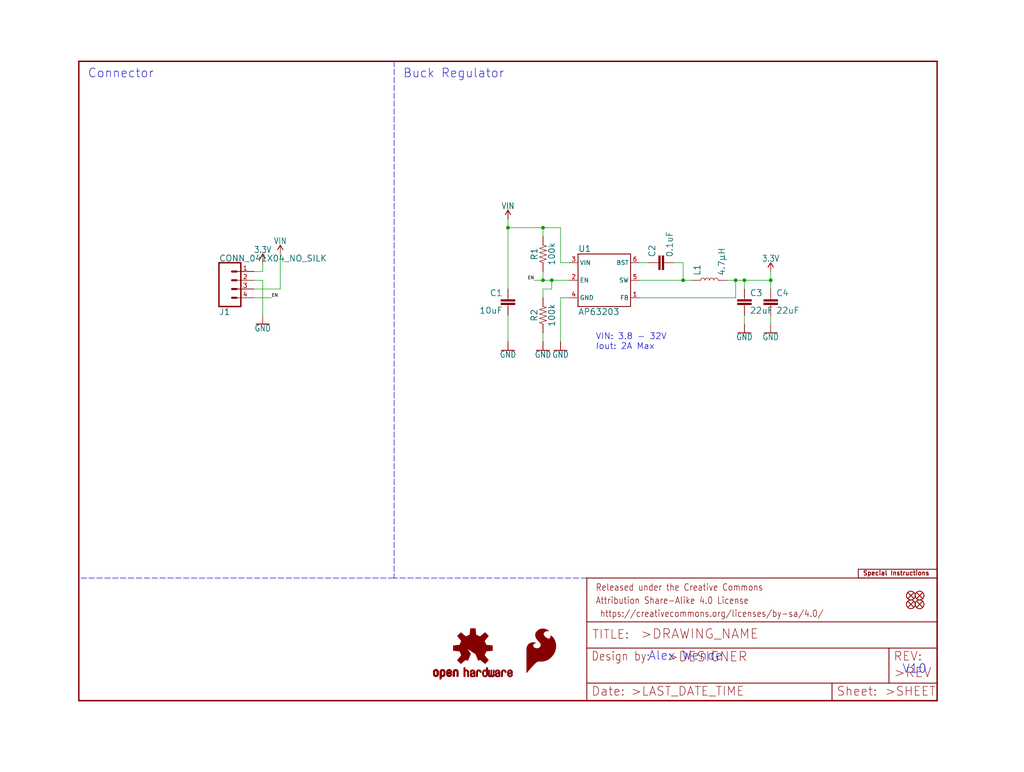
<source format=kicad_sch>
(kicad_sch (version 20211123) (generator eeschema)
  (paper "User" 297.002 223.926)
  (lib_symbols
    (symbol "eagleSchem-eagle-import:0.1UF-0603-25V-5%"
      (property "Reference" "C" (at 1.524 2.921 0))
      (property "Value" "0.1UF-0603-25V-5%" (at 1.524 -2.159 0))
      (symbol "0.1UF-0603-25V-5%_1_0"
        (pin passive line (at 0 5.08 270) (length 2.54) (name "1") (number "1"))
        (pin passive line (at 0 -2.54 90) (length 2.54) (name "2") (number "2"))
      )
    )
    (symbol "eagleSchem-eagle-import:100KOHM-0603-1{slash}10W-1%"
      (property "Reference" "R" (at 0 1.524 0))
      (property "Value" "100KOHM-0603-1{slash}10W-1%" (at 0 -1.524 0))
      (symbol "100KOHM-0603-1{slash}10W-1%_1_0"
        (pin passive line (at -5.08 0 0) (length 2.54) (name "1") (number "1"))
        (pin passive line (at 5.08 0 180) (length 2.54) (name "2") (number "2"))
      )
    )
    (symbol "eagleSchem-eagle-import:10UF-1210-50V-20%"
      (property "Reference" "C" (at 1.524 2.921 0))
      (property "Value" "10UF-1210-50V-20%" (at 1.524 -2.159 0))
      (symbol "10UF-1210-50V-20%_1_0"
        (pin passive line (at 0 5.08 270) (length 2.54) (name "1") (number "1"))
        (pin passive line (at 0 -2.54 90) (length 2.54) (name "2") (number "2"))
      )
    )
    (symbol "eagleSchem-eagle-import:22UF-0603-6.3V-20%"
      (property "Reference" "C" (at 1.524 2.921 0))
      (property "Value" "22UF-0603-6.3V-20%" (at 1.524 -2.159 0))
      (symbol "22UF-0603-6.3V-20%_1_0"
        (pin passive line (at 0 5.08 270) (length 2.54) (name "1") (number "1"))
        (pin passive line (at 0 -2.54 90) (length 2.54) (name "2") (number "2"))
      )
    )
    (symbol "eagleSchem-eagle-import:3.3V" (power)
      (property "Value" "3.3V" (at 0 2.794 0))
      (symbol "3.3V_1_0"
        (pin power_in line (at 0 0 90) (length 2.54) (name "3.3V") (number "1"))
      )
    )
    (symbol "eagleSchem-eagle-import:4.7μH_SHIELDED_INDUCTORNPIS_LS"
      (property "Reference" "L" (at 1.27 2.54 0))
      (property "Value" "4.7μH_SHIELDED_INDUCTORNPIS_LS" (at 1.27 -2.54 0))
      (symbol "4.7μH_SHIELDED_INDUCTORNPIS_LS_1_0"
        (pin passive line (at 0 5.08 270) (length 2.54) (name "1") (number "P$1"))
        (pin passive line (at 0 -5.08 90) (length 2.54) (name "2") (number "P$2"))
      )
    )
    (symbol "eagleSchem-eagle-import:AP63203"
      (property "Reference" "U" (at -7.62 8.128 0))
      (property "Value" "AP63203" (at -7.62 -10.16 0))
      (symbol "AP63203_1_0"
        (pin bidirectional line (at 10.16 -5.08 180) (length 2.54) (name "FB") (number "1"))
        (pin bidirectional line (at -10.16 0 0) (length 2.54) (name "EN") (number "2"))
        (pin bidirectional line (at -10.16 5.08 0) (length 2.54) (name "VIN") (number "3"))
        (pin bidirectional line (at -10.16 -5.08 0) (length 2.54) (name "GND") (number "4"))
        (pin bidirectional line (at 10.16 0 180) (length 2.54) (name "SW") (number "5"))
        (pin bidirectional line (at 10.16 5.08 180) (length 2.54) (name "BST") (number "6"))
      )
    )
    (symbol "eagleSchem-eagle-import:CONN_041X04_NO_SILK"
      (property "Reference" "J" (at -5.08 8.128 0))
      (property "Value" "CONN_041X04_NO_SILK" (at -5.08 -7.366 0))
      (symbol "CONN_041X04_NO_SILK_1_0"
        (pin passive line (at 5.08 -2.54 180) (length 5.08) (name "1") (number "1"))
        (pin passive line (at 5.08 0 180) (length 5.08) (name "2") (number "2"))
        (pin passive line (at 5.08 2.54 180) (length 5.08) (name "3") (number "3"))
        (pin passive line (at 5.08 5.08 180) (length 5.08) (name "4") (number "4"))
      )
    )
    (symbol "eagleSchem-eagle-import:FIDUCIAL0.2MM")
    (symbol "eagleSchem-eagle-import:FRAME-LETTER"
      (symbol "FRAME-LETTER_2_0"
        (text " https://creativecommons.org/licenses/by-sa/4.0/" (at 2.54 24.13 0) (effects (font (size 1.9304 1.6408)) (justify left bottom)))
        (text ">DESIGNER" (at 23.114 11.176 0) (effects (font (size 2.7432 2.7432)) (justify left bottom)))
        (text ">DRAWING_NAME" (at 15.494 17.78 0) (effects (font (size 2.7432 2.7432)) (justify left bottom)))
        (text ">LAST_DATE_TIME" (at 12.7 1.27 0) (effects (font (size 2.54 2.54)) (justify left bottom)))
        (text ">REV" (at 88.9 6.604 0) (effects (font (size 2.7432 2.7432)) (justify left bottom)))
        (text ">SHEET" (at 86.36 1.27 0) (effects (font (size 2.54 2.54)) (justify left bottom)))
        (text "Attribution Share-Alike 4.0 License" (at 2.54 27.94 0) (effects (font (size 1.9304 1.6408)) (justify left bottom)))
        (text "Date:" (at 1.27 1.27 0) (effects (font (size 2.54 2.54)) (justify left bottom)))
        (text "Design by:" (at 1.27 11.43 0) (effects (font (size 2.54 2.159)) (justify left bottom)))
        (text "Released under the Creative Commons" (at 2.54 31.75 0) (effects (font (size 1.9304 1.6408)) (justify left bottom)))
        (text "REV:" (at 88.9 11.43 0) (effects (font (size 2.54 2.54)) (justify left bottom)))
        (text "Sheet:" (at 72.39 1.27 0) (effects (font (size 2.54 2.54)) (justify left bottom)))
        (text "TITLE:" (at 1.524 17.78 0) (effects (font (size 2.54 2.54)) (justify left bottom)))
      )
    )
    (symbol "eagleSchem-eagle-import:GND" (power)
      (property "Value" "GND" (at 0 -0.254 0))
      (symbol "GND_1_0"
        (pin power_in line (at 0 2.54 270) (length 2.54) (name "GND") (number "1"))
      )
    )
    (symbol "eagleSchem-eagle-import:OSHW-LOGOS")
    (symbol "eagleSchem-eagle-import:SFE_LOGO_FLAME.1_INCH")
    (symbol "eagleSchem-eagle-import:SPECIAL_INSTRUCTIONS-ORDERING"
      (symbol "SPECIAL_INSTRUCTIONS-ORDERING_1_0"
        (text "Special Instructions" (at 1.27 0.6985 0) (effects (font (size 1.27 1.27) (thickness 0.254) bold) (justify left bottom)))
      )
    )
    (symbol "eagleSchem-eagle-import:VIN" (power)
      (property "Value" "VIN" (at 0 2.794 0))
      (symbol "VIN_1_0"
        (pin power_in line (at 0 0 90) (length 2.54) (name "VIN") (number "1"))
      )
    )
  )
  (junction (at 223.52 81.28))
  (junction (at 157.48 81.28))
  (junction (at 213.36 81.28))
  (junction (at 198.12 81.28))
  (junction (at 160.02 81.28))
  (junction (at 215.9 81.28))
  (junction (at 157.48 66.04))
  (junction (at 147.32 66.04))
  (wire (pts (xy 157.48 66.04) (xy 147.32 66.04)))
  (wire (pts (xy 185.42 76.2) (xy 187.96 76.2)))
  (wire (pts (xy 215.9 83.82) (xy 215.9 81.28)))
  (wire (pts (xy 198.12 76.2) (xy 198.12 81.28)))
  (polyline (pts (xy 170.18 167.64) (xy 114.3 167.64)))
  (wire (pts (xy 147.32 66.04) (xy 147.32 63.5)))
  (wire (pts (xy 157.48 83.82) (xy 160.02 83.82)))
  (wire (pts (xy 195.58 76.2) (xy 198.12 76.2)))
  (wire (pts (xy 215.9 81.28) (xy 223.52 81.28)))
  (wire (pts (xy 185.42 81.28) (xy 198.12 81.28)))
  (wire (pts (xy 223.52 81.28) (xy 223.52 83.82)))
  (wire (pts (xy 157.48 78.74) (xy 157.48 81.28)))
  (wire (pts (xy 213.36 81.28) (xy 215.9 81.28)))
  (wire (pts (xy 157.48 86.36) (xy 157.48 83.82)))
  (wire (pts (xy 76.2 81.28) (xy 76.2 91.44)))
  (wire (pts (xy 213.36 86.36) (xy 213.36 81.28)))
  (polyline (pts (xy 114.3 17.78) (xy 114.3 167.64)))
  (wire (pts (xy 162.56 86.36) (xy 162.56 99.06)))
  (wire (pts (xy 81.28 83.82) (xy 81.28 73.66)))
  (wire (pts (xy 73.66 78.74) (xy 76.2 78.74)))
  (wire (pts (xy 157.48 81.28) (xy 154.94 81.28)))
  (wire (pts (xy 73.66 86.36) (xy 78.74 86.36)))
  (wire (pts (xy 157.48 68.58) (xy 157.48 66.04)))
  (wire (pts (xy 160.02 81.28) (xy 165.1 81.28)))
  (polyline (pts (xy 114.3 167.64) (xy 22.86 167.64)))
  (wire (pts (xy 165.1 76.2) (xy 162.56 76.2)))
  (wire (pts (xy 223.52 91.44) (xy 223.52 93.98)))
  (wire (pts (xy 215.9 91.44) (xy 215.9 93.98)))
  (wire (pts (xy 210.82 81.28) (xy 213.36 81.28)))
  (wire (pts (xy 147.32 99.06) (xy 147.32 91.44)))
  (wire (pts (xy 73.66 83.82) (xy 81.28 83.82)))
  (wire (pts (xy 147.32 66.04) (xy 147.32 83.82)))
  (wire (pts (xy 165.1 86.36) (xy 162.56 86.36)))
  (wire (pts (xy 198.12 81.28) (xy 200.66 81.28)))
  (wire (pts (xy 157.48 81.28) (xy 160.02 81.28)))
  (wire (pts (xy 223.52 78.74) (xy 223.52 81.28)))
  (wire (pts (xy 76.2 78.74) (xy 76.2 76.2)))
  (wire (pts (xy 185.42 86.36) (xy 213.36 86.36)))
  (wire (pts (xy 162.56 76.2) (xy 162.56 66.04)))
  (wire (pts (xy 160.02 83.82) (xy 160.02 81.28)))
  (wire (pts (xy 157.48 99.06) (xy 157.48 96.52)))
  (wire (pts (xy 162.56 66.04) (xy 157.48 66.04)))
  (wire (pts (xy 73.66 81.28) (xy 76.2 81.28)))
  (text "VIN: 3.8 - 32V\nIout: 2A Max" (at 172.72 101.6 180) (effects (font (size 1.778 1.778)) (justify left bottom)))
  (text "Connector" (at 25.4 22.86 180) (effects (font (size 2.54 2.54)) (justify left bottom)))
  (text "Buck Regulator" (at 116.84 22.86 180) (effects (font (size 2.54 2.54)) (justify left bottom)))
  (text "Alex Wende" (at 187.96 191.77 180) (effects (font (size 2.54 2.54)) (justify left bottom)))
  (text "V10" (at 261.62 195.58 180) (effects (font (size 2.54 2.54)) (justify left bottom)))
  (label "EN" (at 78.74 86.36 0) (effects (font (size 0.889 0.889))))
  (label "EN" (at 154.94 81.28 180) (effects (font (size 0.889 0.889))))
  (symbol (lib_id "eagleSchem-eagle-import:VIN") (at 81.28 73.66 0) (unit 1)
    (property "Reference" "#SUPPLY3" (effects hide))
    (property "Value" "VIN" (at 81.28 70.866 0) (effects (font (size 1.778 1.5113)) (justify bottom)))
    (property "Footprint" "eagleSchem:" (effects hide))
  )
  (symbol (lib_id "eagleSchem-eagle-import:AP63203") (at 175.26 81.28 0) (unit 1)
    (property "Reference" "U1" (at 167.64 73.152 0) (effects (font (size 1.778 1.778)) (justify left bottom)))
    (property "Value" "AP63203" (at 167.64 91.44 0) (effects (font (size 1.778 1.778)) (justify left bottom)))
    (property "Footprint" "eagleSchem:SOT23-6" (effects hide))
  )
  (symbol (lib_id "eagleSchem-eagle-import:OSHW-LOGOS") (at 137.16 187.96 0) (unit 1)
    (property "Reference" "LOGO2" (effects hide))
    (property "Value" "OSHW-LOGOS" (effects hide))
    (property "Footprint" "eagleSchem:OSHW-LOGO-S" (effects hide))
  )
  (symbol (lib_id "eagleSchem-eagle-import:22UF-0603-6.3V-20%") (at 223.52 88.9 0) (unit 1)
    (property "Reference" "C4" (at 225.044 85.979 0) (effects (font (size 1.778 1.778)) (justify left bottom)))
    (property "Value" "22uF" (at 225.044 91.059 0) (effects (font (size 1.778 1.778)) (justify left bottom)))
    (property "Footprint" "eagleSchem:0603" (effects hide))
  )
  (symbol (lib_id "eagleSchem-eagle-import:3.3V") (at 223.52 78.74 0) (unit 1)
    (property "Reference" "#SUPPLY1" (effects hide))
    (property "Value" "3.3V" (at 223.52 75.946 0) (effects (font (size 1.778 1.5113)) (justify bottom)))
    (property "Footprint" "eagleSchem:" (effects hide))
  )
  (symbol (lib_id "eagleSchem-eagle-import:VIN") (at 147.32 63.5 0) (unit 1)
    (property "Reference" "#SUPPLY2" (effects hide))
    (property "Value" "VIN" (at 147.32 60.706 0) (effects (font (size 1.778 1.5113)) (justify bottom)))
    (property "Footprint" "eagleSchem:" (effects hide))
  )
  (symbol (lib_id "eagleSchem-eagle-import:SPECIAL_INSTRUCTIONS-ORDERING") (at 248.92 167.64 0) (unit 1)
    (property "Reference" "LOGO3" (effects hide))
    (property "Value" "SPECIAL_INSTRUCTIONS-ORDERING" (effects hide))
    (property "Footprint" "eagleSchem:ORDERING_INSTRUCTIONS" (effects hide))
  )
  (symbol (lib_id "eagleSchem-eagle-import:SFE_LOGO_FLAME.1_INCH") (at 152.4 195.58 0) (unit 1)
    (property "Reference" "LOGO1" (effects hide))
    (property "Value" "SFE_LOGO_FLAME.1_INCH" (effects hide))
    (property "Footprint" "eagleSchem:SFE_LOGO_FLAME_.1" (effects hide))
  )
  (symbol (lib_id "eagleSchem-eagle-import:FIDUCIAL0.2MM") (at 264.16 172.72 0) (unit 1)
    (property "Reference" "FD4" (effects hide))
    (property "Value" "FIDUCIAL0.2MM" (effects hide))
    (property "Footprint" "eagleSchem:FIDUCIAL-0.2MM" (effects hide))
  )
  (symbol (lib_id "eagleSchem-eagle-import:FRAME-LETTER") (at 170.18 203.2 0) (unit 2)
    (property "Reference" "FRAME1" (effects hide))
    (property "Value" "FRAME-LETTER" (effects hide))
    (property "Footprint" "eagleSchem:CREATIVE_COMMONS" (effects hide))
  )
  (symbol (lib_id "eagleSchem-eagle-import:FIDUCIAL0.2MM") (at 264.16 175.26 0) (unit 1)
    (property "Reference" "FD3" (effects hide))
    (property "Value" "FIDUCIAL0.2MM" (effects hide))
    (property "Footprint" "eagleSchem:FIDUCIAL-0.2MM" (effects hide))
  )
  (symbol (lib_id "eagleSchem-eagle-import:22UF-0603-6.3V-20%") (at 215.9 88.9 0) (unit 1)
    (property "Reference" "C3" (at 217.424 85.979 0) (effects (font (size 1.778 1.778)) (justify left bottom)))
    (property "Value" "22uF" (at 217.424 91.059 0) (effects (font (size 1.778 1.778)) (justify left bottom)))
    (property "Footprint" "eagleSchem:0603" (effects hide))
  )
  (symbol (lib_id "eagleSchem-eagle-import:GND") (at 223.52 96.52 0) (unit 1)
    (property "Reference" "#GND4" (effects hide))
    (property "Value" "GND" (at 223.52 96.774 0) (effects (font (size 1.778 1.5113)) (justify top)))
    (property "Footprint" "eagleSchem:" (effects hide))
  )
  (symbol (lib_id "eagleSchem-eagle-import:4.7μH_SHIELDED_INDUCTORNPIS_LS") (at 205.74 81.28 90) (unit 1)
    (property "Reference" "L1" (at 203.2 80.01 0) (effects (font (size 1.778 1.778)) (justify left bottom)))
    (property "Value" "4.7μH" (at 208.28 80.01 0) (effects (font (size 1.778 1.778)) (justify left top)))
    (property "Footprint" "eagleSchem:INDUCTOR_4X4MM" (effects hide))
  )
  (symbol (lib_id "eagleSchem-eagle-import:100KOHM-0603-1{slash}10W-1%") (at 157.48 91.44 90) (unit 1)
    (property "Reference" "R2" (at 155.956 91.44 0) (effects (font (size 1.778 1.778)) (justify bottom)))
    (property "Value" "100k" (at 159.004 91.44 0) (effects (font (size 1.778 1.778)) (justify top)))
    (property "Footprint" "eagleSchem:0603" (effects hide))
  )
  (symbol (lib_id "eagleSchem-eagle-import:GND") (at 147.32 101.6 0) (unit 1)
    (property "Reference" "#GND7" (effects hide))
    (property "Value" "GND" (at 147.32 101.854 0) (effects (font (size 1.778 1.5113)) (justify top)))
    (property "Footprint" "eagleSchem:" (effects hide))
  )
  (symbol (lib_id "eagleSchem-eagle-import:GND") (at 162.56 101.6 0) (unit 1)
    (property "Reference" "#GND2" (effects hide))
    (property "Value" "GND" (at 162.56 101.854 0) (effects (font (size 1.778 1.5113)) (justify top)))
    (property "Footprint" "eagleSchem:" (effects hide))
  )
  (symbol (lib_id "eagleSchem-eagle-import:FIDUCIAL0.2MM") (at 266.7 172.72 0) (unit 1)
    (property "Reference" "FD1" (effects hide))
    (property "Value" "FIDUCIAL0.2MM" (effects hide))
    (property "Footprint" "eagleSchem:FIDUCIAL-0.2MM" (effects hide))
  )
  (symbol (lib_id "eagleSchem-eagle-import:GND") (at 76.2 93.98 0) (unit 1)
    (property "Reference" "#GND5" (effects hide))
    (property "Value" "GND" (at 76.2 94.234 0) (effects (font (size 1.778 1.5113)) (justify top)))
    (property "Footprint" "eagleSchem:" (effects hide))
  )
  (symbol (lib_id "eagleSchem-eagle-import:FRAME-LETTER") (at 22.86 203.2 0) (unit 1)
    (property "Reference" "FRAME1" (effects hide))
    (property "Value" "FRAME-LETTER" (effects hide))
    (property "Footprint" "eagleSchem:CREATIVE_COMMONS" (effects hide))
  )
  (symbol (lib_id "eagleSchem-eagle-import:FIDUCIAL0.2MM") (at 266.7 175.26 0) (unit 1)
    (property "Reference" "FD2" (effects hide))
    (property "Value" "FIDUCIAL0.2MM" (effects hide))
    (property "Footprint" "eagleSchem:FIDUCIAL-0.2MM" (effects hide))
  )
  (symbol (lib_id "eagleSchem-eagle-import:3.3V") (at 76.2 76.2 0) (unit 1)
    (property "Reference" "#SUPPLY4" (effects hide))
    (property "Value" "3.3V" (at 76.2 73.406 0) (effects (font (size 1.778 1.5113)) (justify bottom)))
    (property "Footprint" "eagleSchem:" (effects hide))
  )
  (symbol (lib_id "eagleSchem-eagle-import:GND") (at 215.9 96.52 0) (unit 1)
    (property "Reference" "#GND3" (effects hide))
    (property "Value" "GND" (at 215.9 96.774 0) (effects (font (size 1.778 1.5113)) (justify top)))
    (property "Footprint" "eagleSchem:" (effects hide))
  )
  (symbol (lib_id "eagleSchem-eagle-import:0.1UF-0603-25V-5%") (at 193.04 76.2 90) (unit 1)
    (property "Reference" "C2" (at 190.119 74.676 0) (effects (font (size 1.778 1.778)) (justify left bottom)))
    (property "Value" "0.1uF" (at 195.199 74.676 0) (effects (font (size 1.778 1.778)) (justify left bottom)))
    (property "Footprint" "eagleSchem:0603" (effects hide))
  )
  (symbol (lib_id "eagleSchem-eagle-import:CONN_041X04_NO_SILK") (at 68.58 81.28 0) (mirror x) (unit 1)
    (property "Reference" "J1" (at 63.5 89.408 0) (effects (font (size 1.778 1.778)) (justify left bottom)))
    (property "Value" "CONN_041X04_NO_SILK" (at 63.5 73.914 0) (effects (font (size 1.778 1.778)) (justify left bottom)))
    (property "Footprint" "eagleSchem:1X04_NO_SILK" (effects hide))
  )
  (symbol (lib_id "eagleSchem-eagle-import:10UF-1210-50V-20%") (at 147.32 88.9 0) (mirror y) (unit 1)
    (property "Reference" "C1" (at 145.796 85.979 0) (effects (font (size 1.778 1.778)) (justify left bottom)))
    (property "Value" "10uF" (at 145.796 91.059 0) (effects (font (size 1.778 1.778)) (justify left bottom)))
    (property "Footprint" "eagleSchem:1210" (effects hide))
  )
  (symbol (lib_id "eagleSchem-eagle-import:100KOHM-0603-1{slash}10W-1%") (at 157.48 73.66 90) (unit 1)
    (property "Reference" "R1" (at 155.956 73.66 0) (effects (font (size 1.778 1.778)) (justify bottom)))
    (property "Value" "100k" (at 159.004 73.66 0) (effects (font (size 1.778 1.778)) (justify top)))
    (property "Footprint" "eagleSchem:0603" (effects hide))
  )
  (symbol (lib_id "eagleSchem-eagle-import:GND") (at 157.48 101.6 0) (unit 1)
    (property "Reference" "#GND6" (effects hide))
    (property "Value" "GND" (at 157.48 101.854 0) (effects (font (size 1.778 1.5113)) (justify top)))
    (property "Footprint" "eagleSchem:" (effects hide))
  )
)
</source>
